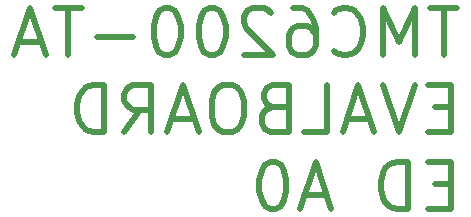
<source format=gbo>
G04 #@! TF.GenerationSoftware,KiCad,Pcbnew,5.1.10-88a1d61d58~90~ubuntu20.04.1*
G04 #@! TF.CreationDate,2021-08-30T21:25:50+02:00*
G04 #@! TF.ProjectId,eval_board_tmc6200-ta,6576616c-5f62-46f6-9172-645f746d6336,rev?*
G04 #@! TF.SameCoordinates,Original*
G04 #@! TF.FileFunction,Legend,Bot*
G04 #@! TF.FilePolarity,Positive*
%FSLAX46Y46*%
G04 Gerber Fmt 4.6, Leading zero omitted, Abs format (unit mm)*
G04 Created by KiCad (PCBNEW 5.1.10-88a1d61d58~90~ubuntu20.04.1) date 2021-08-30 21:25:50*
%MOMM*%
%LPD*%
G01*
G04 APERTURE LIST*
%ADD10C,0.500000*%
%ADD11C,2.000000*%
%ADD12C,0.010000*%
%ADD13C,5.400000*%
%ADD14C,3.100000*%
%ADD15O,1.700000X1.700000*%
%ADD16R,1.700000X1.700000*%
G04 APERTURE END LIST*
D10*
X249294047Y-50309523D02*
X247008333Y-50309523D01*
X248151190Y-54309523D02*
X248151190Y-50309523D01*
X245675000Y-54309523D02*
X245675000Y-50309523D01*
X244341666Y-53166666D01*
X243008333Y-50309523D01*
X243008333Y-54309523D01*
X238817857Y-53928571D02*
X239008333Y-54119047D01*
X239579761Y-54309523D01*
X239960714Y-54309523D01*
X240532142Y-54119047D01*
X240913095Y-53738095D01*
X241103571Y-53357142D01*
X241294047Y-52595238D01*
X241294047Y-52023809D01*
X241103571Y-51261904D01*
X240913095Y-50880952D01*
X240532142Y-50500000D01*
X239960714Y-50309523D01*
X239579761Y-50309523D01*
X239008333Y-50500000D01*
X238817857Y-50690476D01*
X235389285Y-50309523D02*
X236151190Y-50309523D01*
X236532142Y-50500000D01*
X236722619Y-50690476D01*
X237103571Y-51261904D01*
X237294047Y-52023809D01*
X237294047Y-53547619D01*
X237103571Y-53928571D01*
X236913095Y-54119047D01*
X236532142Y-54309523D01*
X235770238Y-54309523D01*
X235389285Y-54119047D01*
X235198809Y-53928571D01*
X235008333Y-53547619D01*
X235008333Y-52595238D01*
X235198809Y-52214285D01*
X235389285Y-52023809D01*
X235770238Y-51833333D01*
X236532142Y-51833333D01*
X236913095Y-52023809D01*
X237103571Y-52214285D01*
X237294047Y-52595238D01*
X233484523Y-50690476D02*
X233294047Y-50500000D01*
X232913095Y-50309523D01*
X231960714Y-50309523D01*
X231579761Y-50500000D01*
X231389285Y-50690476D01*
X231198809Y-51071428D01*
X231198809Y-51452380D01*
X231389285Y-52023809D01*
X233675000Y-54309523D01*
X231198809Y-54309523D01*
X228722619Y-50309523D02*
X228341666Y-50309523D01*
X227960714Y-50500000D01*
X227770238Y-50690476D01*
X227579761Y-51071428D01*
X227389285Y-51833333D01*
X227389285Y-52785714D01*
X227579761Y-53547619D01*
X227770238Y-53928571D01*
X227960714Y-54119047D01*
X228341666Y-54309523D01*
X228722619Y-54309523D01*
X229103571Y-54119047D01*
X229294047Y-53928571D01*
X229484523Y-53547619D01*
X229675000Y-52785714D01*
X229675000Y-51833333D01*
X229484523Y-51071428D01*
X229294047Y-50690476D01*
X229103571Y-50500000D01*
X228722619Y-50309523D01*
X224913095Y-50309523D02*
X224532142Y-50309523D01*
X224151190Y-50500000D01*
X223960714Y-50690476D01*
X223770238Y-51071428D01*
X223579761Y-51833333D01*
X223579761Y-52785714D01*
X223770238Y-53547619D01*
X223960714Y-53928571D01*
X224151190Y-54119047D01*
X224532142Y-54309523D01*
X224913095Y-54309523D01*
X225294047Y-54119047D01*
X225484523Y-53928571D01*
X225675000Y-53547619D01*
X225865476Y-52785714D01*
X225865476Y-51833333D01*
X225675000Y-51071428D01*
X225484523Y-50690476D01*
X225294047Y-50500000D01*
X224913095Y-50309523D01*
X221865476Y-52785714D02*
X218817857Y-52785714D01*
X217484523Y-50309523D02*
X215198809Y-50309523D01*
X216341666Y-54309523D02*
X216341666Y-50309523D01*
X214055952Y-53166666D02*
X212151190Y-53166666D01*
X214436904Y-54309523D02*
X213103571Y-50309523D01*
X211770238Y-54309523D01*
X248722619Y-58714285D02*
X247389285Y-58714285D01*
X246817857Y-60809523D02*
X248722619Y-60809523D01*
X248722619Y-56809523D01*
X246817857Y-56809523D01*
X245675000Y-56809523D02*
X244341666Y-60809523D01*
X243008333Y-56809523D01*
X241865476Y-59666666D02*
X239960714Y-59666666D01*
X242246428Y-60809523D02*
X240913095Y-56809523D01*
X239579761Y-60809523D01*
X236341666Y-60809523D02*
X238246428Y-60809523D01*
X238246428Y-56809523D01*
X233675000Y-58714285D02*
X233103571Y-58904761D01*
X232913095Y-59095238D01*
X232722619Y-59476190D01*
X232722619Y-60047619D01*
X232913095Y-60428571D01*
X233103571Y-60619047D01*
X233484523Y-60809523D01*
X235008333Y-60809523D01*
X235008333Y-56809523D01*
X233675000Y-56809523D01*
X233294047Y-57000000D01*
X233103571Y-57190476D01*
X232913095Y-57571428D01*
X232913095Y-57952380D01*
X233103571Y-58333333D01*
X233294047Y-58523809D01*
X233675000Y-58714285D01*
X235008333Y-58714285D01*
X230246428Y-56809523D02*
X229484523Y-56809523D01*
X229103571Y-57000000D01*
X228722619Y-57380952D01*
X228532142Y-58142857D01*
X228532142Y-59476190D01*
X228722619Y-60238095D01*
X229103571Y-60619047D01*
X229484523Y-60809523D01*
X230246428Y-60809523D01*
X230627380Y-60619047D01*
X231008333Y-60238095D01*
X231198809Y-59476190D01*
X231198809Y-58142857D01*
X231008333Y-57380952D01*
X230627380Y-57000000D01*
X230246428Y-56809523D01*
X227008333Y-59666666D02*
X225103571Y-59666666D01*
X227389285Y-60809523D02*
X226055952Y-56809523D01*
X224722619Y-60809523D01*
X221103571Y-60809523D02*
X222436904Y-58904761D01*
X223389285Y-60809523D02*
X223389285Y-56809523D01*
X221865476Y-56809523D01*
X221484523Y-57000000D01*
X221294047Y-57190476D01*
X221103571Y-57571428D01*
X221103571Y-58142857D01*
X221294047Y-58523809D01*
X221484523Y-58714285D01*
X221865476Y-58904761D01*
X223389285Y-58904761D01*
X219389285Y-60809523D02*
X219389285Y-56809523D01*
X218436904Y-56809523D01*
X217865476Y-57000000D01*
X217484523Y-57380952D01*
X217294047Y-57761904D01*
X217103571Y-58523809D01*
X217103571Y-59095238D01*
X217294047Y-59857142D01*
X217484523Y-60238095D01*
X217865476Y-60619047D01*
X218436904Y-60809523D01*
X219389285Y-60809523D01*
X248722619Y-65214285D02*
X247389285Y-65214285D01*
X246817857Y-67309523D02*
X248722619Y-67309523D01*
X248722619Y-63309523D01*
X246817857Y-63309523D01*
X245103571Y-67309523D02*
X245103571Y-63309523D01*
X244151190Y-63309523D01*
X243579761Y-63500000D01*
X243198809Y-63880952D01*
X243008333Y-64261904D01*
X242817857Y-65023809D01*
X242817857Y-65595238D01*
X243008333Y-66357142D01*
X243198809Y-66738095D01*
X243579761Y-67119047D01*
X244151190Y-67309523D01*
X245103571Y-67309523D01*
X238246428Y-66166666D02*
X236341666Y-66166666D01*
X238627380Y-67309523D02*
X237294047Y-63309523D01*
X235960714Y-67309523D01*
X233865476Y-63309523D02*
X233484523Y-63309523D01*
X233103571Y-63500000D01*
X232913095Y-63690476D01*
X232722619Y-64071428D01*
X232532142Y-64833333D01*
X232532142Y-65785714D01*
X232722619Y-66547619D01*
X232913095Y-66928571D01*
X233103571Y-67119047D01*
X233484523Y-67309523D01*
X233865476Y-67309523D01*
X234246428Y-67119047D01*
X234436904Y-66928571D01*
X234627380Y-66547619D01*
X234817857Y-65785714D01*
X234817857Y-64833333D01*
X234627380Y-64071428D01*
X234436904Y-63690476D01*
X234246428Y-63500000D01*
X233865476Y-63309523D01*
%LPC*%
D11*
X195000000Y-115000000D02*
G75*
G02*
X190000000Y-110000000I0J5000000D01*
G01*
D12*
G36*
X198750000Y-42500000D02*
G01*
X193250000Y-42500000D01*
X193250000Y-40000000D01*
X198750000Y-40000000D01*
X198750000Y-42500000D01*
G37*
X198750000Y-42500000D02*
X193250000Y-42500000D01*
X193250000Y-40000000D01*
X198750000Y-40000000D01*
X198750000Y-42500000D01*
D11*
X265000000Y-110000000D02*
G75*
G02*
X260000000Y-115000000I-5000000J0D01*
G01*
X190000000Y-45000000D02*
G75*
G02*
X195000000Y-40000000I5000000J0D01*
G01*
X260000000Y-40000000D02*
G75*
G02*
X265000000Y-45000000I0J-5000000D01*
G01*
X195000000Y-40000000D02*
X260000000Y-40000000D01*
X190000000Y-110000000D02*
X190000000Y-45000000D01*
X260000000Y-115000000D02*
X195000000Y-115000000D01*
X265000000Y-45000000D02*
X265000000Y-110000000D01*
D13*
X195000000Y-110000000D03*
D14*
X195000000Y-110000000D03*
D15*
X191825000Y-80985000D03*
X191825000Y-78445000D03*
X191825000Y-75905000D03*
X191825000Y-73365000D03*
D16*
X191825000Y-70825000D03*
D15*
X191825000Y-84605000D03*
X191825000Y-87145000D03*
X191825000Y-89685000D03*
D16*
X191825000Y-92225000D03*
D15*
X252095000Y-44250000D03*
X249555000Y-44250000D03*
X247015000Y-44250000D03*
D16*
X244475000Y-44250000D03*
D15*
X217730000Y-41860000D03*
X217730000Y-44400000D03*
X215190000Y-41860000D03*
X215190000Y-44400000D03*
X212650000Y-41860000D03*
X212650000Y-44400000D03*
X210110000Y-41860000D03*
X210110000Y-44400000D03*
X207570000Y-41860000D03*
X207570000Y-44400000D03*
X205030000Y-41860000D03*
X205030000Y-44400000D03*
X202490000Y-41860000D03*
X202490000Y-44400000D03*
X199950000Y-41860000D03*
D16*
X199950000Y-44400000D03*
D15*
X191825000Y-49880000D03*
X191825000Y-52420000D03*
X191825000Y-54960000D03*
D16*
X191825000Y-57500000D03*
D13*
X195000000Y-45000000D03*
D14*
X195000000Y-45000000D03*
D13*
X260000000Y-45000000D03*
D14*
X260000000Y-45000000D03*
D13*
X260000000Y-110000000D03*
D14*
X260000000Y-110000000D03*
M02*

</source>
